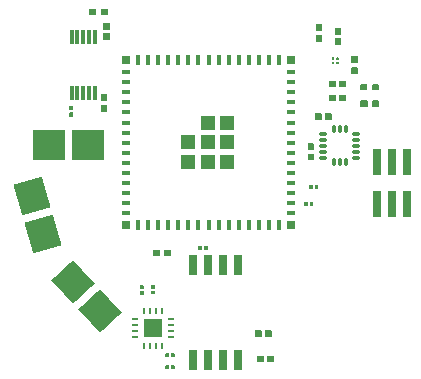
<source format=gtp>
G04 Layer: TopPasteMaskLayer*
G04 Panelize: , Column: 1, Row: 1, Board Size: 35.35mm x 33.79mm, Panelized Board Size: 35.35mm x 33.79mm*
G04 EasyEDA v6.5.34, 2023-08-25 09:09:34*
G04 d93e2c1bc76747fc85efea62cec83403,9a4ed40c0dd746429eaf55b84663d2fb,10*
G04 Gerber Generator version 0.2*
G04 Scale: 100 percent, Rotated: No, Reflected: No *
G04 Dimensions in millimeters *
G04 leading zeros omitted , absolute positions ,4 integer and 5 decimal *
%FSLAX45Y45*%
%MOMM*%

%AMMACRO1*21,1,$1,$2,0,0,$3*%
%AMMACRO2*4,1,4,-0.2,0.4,0.2,0.4,0.2,-0.4,-0.2,-0.4,-0.2,0.4,0*%
%AMMACRO3*4,1,4,-0.1999,0.4,0.1999,0.4,0.1999,-0.4,-0.1999,-0.4,-0.1999,0.4,0*%
%ADD10R,1.1999X1.1999*%
%ADD11MACRO1,2.7X2.5X-47.0002*%
%ADD12MACRO1,2.7X2.5X-46.9998*%
%ADD13R,0.7400X2.2000*%
%ADD14R,2.7000X2.5000*%
%ADD15MACRO1,2.7X2.5X-73.9989*%
%ADD16MACRO1,2.7X2.5X-74.0001*%
%ADD17R,0.8001X0.8001*%
%ADD18MACRO2*%
%ADD19MACRO3*%
%ADD20R,0.8001X0.4001*%
%ADD21O,0.7999984X0.2800096*%
%ADD22O,0.2800096X0.7999984*%
%ADD23R,0.7112X1.7406*%
%ADD24R,0.6000X0.2500*%
%ADD25R,0.2500X0.6000*%
%ADD26R,1.5000X1.5000*%
%ADD27R,0.3000X1.3000*%
%ADD28R,0.0126X1.3000*%

%LPD*%
G36*
X-1636623Y1254506D02*
G01*
X-1643583Y1249527D01*
X-1643583Y1204518D01*
X-1636623Y1199540D01*
X-1588617Y1199540D01*
X-1583588Y1204518D01*
X-1583588Y1249527D01*
X-1588617Y1254506D01*
G37*
G36*
X-1734616Y1254506D02*
G01*
X-1739595Y1249527D01*
X-1739595Y1204518D01*
X-1734616Y1199540D01*
X-1686610Y1199540D01*
X-1679600Y1204518D01*
X-1679600Y1249527D01*
X-1686610Y1254506D01*
G37*
G36*
X379628Y524154D02*
G01*
X375666Y520141D01*
X375666Y474116D01*
X379628Y470154D01*
X429717Y470154D01*
X433730Y474116D01*
X433730Y520141D01*
X429717Y524154D01*
G37*
G36*
X294589Y524154D02*
G01*
X290576Y520141D01*
X290576Y474116D01*
X294589Y470154D01*
X344627Y470154D01*
X348640Y474116D01*
X348640Y520141D01*
X344627Y524154D01*
G37*
G36*
X379374Y645566D02*
G01*
X375412Y641553D01*
X375412Y595579D01*
X379374Y591566D01*
X429463Y591566D01*
X433476Y595579D01*
X433476Y641553D01*
X429463Y645566D01*
G37*
G36*
X294335Y645566D02*
G01*
X290322Y641553D01*
X290322Y595579D01*
X294335Y591566D01*
X344373Y591566D01*
X348386Y595579D01*
X348386Y641553D01*
X344373Y645566D01*
G37*
G36*
X314604Y842365D02*
G01*
X312572Y840333D01*
X312572Y824331D01*
X314604Y822350D01*
X330606Y822350D01*
X332587Y824331D01*
X332587Y840333D01*
X330606Y842365D01*
G37*
G36*
X354584Y842365D02*
G01*
X352602Y840333D01*
X352602Y824331D01*
X354584Y822350D01*
X370586Y822350D01*
X372618Y824331D01*
X372618Y840333D01*
X370586Y842365D01*
G37*
G36*
X314604Y802335D02*
G01*
X312572Y800354D01*
X312572Y784352D01*
X314604Y782370D01*
X330606Y782370D01*
X332587Y784352D01*
X332587Y800354D01*
X330606Y802335D01*
G37*
G36*
X354584Y802335D02*
G01*
X352602Y800354D01*
X352602Y784352D01*
X354584Y782370D01*
X370586Y782370D01*
X372618Y784352D01*
X372618Y800354D01*
X370586Y802335D01*
G37*
G36*
X-232714Y-1686458D02*
G01*
X-236677Y-1690471D01*
X-236677Y-1736496D01*
X-232714Y-1740458D01*
X-182626Y-1740458D01*
X-178612Y-1736496D01*
X-178612Y-1690471D01*
X-182626Y-1686458D01*
G37*
G36*
X-317754Y-1686458D02*
G01*
X-321767Y-1690471D01*
X-321767Y-1736496D01*
X-317754Y-1740458D01*
X-267665Y-1740458D01*
X-263702Y-1736496D01*
X-263702Y-1690471D01*
X-267665Y-1686458D01*
G37*
G36*
X-248412Y-1470558D02*
G01*
X-252425Y-1474571D01*
X-252425Y-1520596D01*
X-248412Y-1524558D01*
X-198374Y-1524558D01*
X-194360Y-1520596D01*
X-194360Y-1474571D01*
X-198374Y-1470558D01*
G37*
G36*
X-333502Y-1470558D02*
G01*
X-337515Y-1474571D01*
X-337515Y-1520596D01*
X-333502Y-1524558D01*
X-283413Y-1524558D01*
X-279450Y-1520596D01*
X-279450Y-1474571D01*
X-283413Y-1470558D01*
G37*
G36*
X342493Y1006195D02*
G01*
X338480Y1002182D01*
X338480Y952144D01*
X342493Y948131D01*
X388518Y948131D01*
X392480Y952144D01*
X392480Y1002182D01*
X388518Y1006195D01*
G37*
G36*
X342493Y1091285D02*
G01*
X338480Y1087272D01*
X338480Y1037183D01*
X342493Y1033221D01*
X388518Y1033221D01*
X392480Y1037183D01*
X392480Y1087272D01*
X388518Y1091285D01*
G37*
G36*
X-1309116Y-1088491D02*
G01*
X-1311554Y-1090879D01*
X-1311554Y-1117295D01*
X-1309116Y-1119733D01*
X-1281531Y-1119733D01*
X-1279144Y-1117295D01*
X-1279144Y-1090879D01*
X-1281531Y-1088491D01*
G37*
G36*
X-1309116Y-1135888D02*
G01*
X-1311554Y-1138326D01*
X-1311554Y-1164742D01*
X-1309116Y-1167130D01*
X-1281531Y-1167130D01*
X-1279144Y-1164742D01*
X-1279144Y-1138326D01*
X-1281531Y-1135888D01*
G37*
G36*
X-1215136Y-1086205D02*
G01*
X-1217574Y-1088593D01*
X-1217574Y-1115009D01*
X-1215136Y-1117396D01*
X-1187551Y-1117396D01*
X-1185164Y-1115009D01*
X-1185164Y-1088593D01*
X-1187551Y-1086205D01*
G37*
G36*
X-1215136Y-1133602D02*
G01*
X-1217574Y-1136040D01*
X-1217574Y-1162456D01*
X-1215136Y-1164844D01*
X-1187551Y-1164844D01*
X-1185164Y-1162456D01*
X-1185164Y-1136040D01*
X-1187551Y-1133602D01*
G37*
G36*
X-814222Y-753364D02*
G01*
X-816610Y-755751D01*
X-816610Y-783336D01*
X-814222Y-785774D01*
X-787806Y-785774D01*
X-785368Y-783336D01*
X-785368Y-755751D01*
X-787806Y-753364D01*
G37*
G36*
X-766775Y-753364D02*
G01*
X-769213Y-755751D01*
X-769213Y-783336D01*
X-766775Y-785774D01*
X-740359Y-785774D01*
X-737971Y-783336D01*
X-737971Y-755751D01*
X-740359Y-753364D01*
G37*
G36*
X-1045565Y-1665071D02*
G01*
X-1047953Y-1667459D01*
X-1047953Y-1695094D01*
X-1045565Y-1697482D01*
X-1019149Y-1697482D01*
X-1016762Y-1695094D01*
X-1016762Y-1667459D01*
X-1019149Y-1665071D01*
G37*
G36*
X-1092962Y-1665071D02*
G01*
X-1095400Y-1667459D01*
X-1095400Y-1695094D01*
X-1092962Y-1697482D01*
X-1066546Y-1697482D01*
X-1064158Y-1695094D01*
X-1064158Y-1667459D01*
X-1066546Y-1665071D01*
G37*
G36*
X-1045311Y-1766163D02*
G01*
X-1047699Y-1768551D01*
X-1047699Y-1796186D01*
X-1045311Y-1798574D01*
X-1018895Y-1798574D01*
X-1016508Y-1796186D01*
X-1016508Y-1768551D01*
X-1018895Y-1766163D01*
G37*
G36*
X-1092708Y-1766163D02*
G01*
X-1095146Y-1768551D01*
X-1095146Y-1796186D01*
X-1092708Y-1798574D01*
X-1066292Y-1798574D01*
X-1063904Y-1796186D01*
X-1063904Y-1768551D01*
X-1066292Y-1766163D01*
G37*
G36*
X129641Y-380136D02*
G01*
X127203Y-382574D01*
X127203Y-410159D01*
X129641Y-412546D01*
X156057Y-412546D01*
X158445Y-410159D01*
X158445Y-382574D01*
X156057Y-380136D01*
G37*
G36*
X82194Y-380136D02*
G01*
X79806Y-382574D01*
X79806Y-410159D01*
X82194Y-412546D01*
X108610Y-412546D01*
X111048Y-410159D01*
X111048Y-382574D01*
X108610Y-380136D01*
G37*
G36*
X171805Y-237540D02*
G01*
X169367Y-239928D01*
X169367Y-267563D01*
X171805Y-269951D01*
X198221Y-269951D01*
X200609Y-267563D01*
X200609Y-239928D01*
X198221Y-237540D01*
G37*
G36*
X124358Y-237540D02*
G01*
X121970Y-239928D01*
X121970Y-267563D01*
X124358Y-269951D01*
X150774Y-269951D01*
X153212Y-267563D01*
X153212Y-239928D01*
X150774Y-237540D01*
G37*
G36*
X659942Y480720D02*
G01*
X652932Y475691D01*
X652932Y430682D01*
X659942Y425704D01*
X707948Y425704D01*
X712927Y430682D01*
X712927Y475691D01*
X707948Y480720D01*
G37*
G36*
X561949Y480720D02*
G01*
X556971Y475691D01*
X556971Y430682D01*
X561949Y425704D01*
X609955Y425704D01*
X616966Y430682D01*
X616966Y475691D01*
X609955Y480720D01*
G37*
G36*
X260248Y367944D02*
G01*
X256286Y363931D01*
X256286Y317957D01*
X260248Y313944D01*
X310337Y313944D01*
X314350Y317957D01*
X314350Y363931D01*
X310337Y367944D01*
G37*
G36*
X175209Y367944D02*
G01*
X171196Y363931D01*
X171196Y317957D01*
X175209Y313944D01*
X225247Y313944D01*
X229260Y317957D01*
X229260Y363931D01*
X225247Y367944D01*
G37*
G36*
X112877Y112725D02*
G01*
X108915Y108712D01*
X108915Y58674D01*
X112877Y54660D01*
X158902Y54660D01*
X162915Y58674D01*
X162915Y108712D01*
X158902Y112725D01*
G37*
G36*
X112877Y27635D02*
G01*
X108915Y23672D01*
X108915Y-26416D01*
X112877Y-30429D01*
X158902Y-30429D01*
X162915Y-26416D01*
X162915Y23672D01*
X158902Y27635D01*
G37*
G36*
X659231Y616407D02*
G01*
X652221Y611428D01*
X652221Y566420D01*
X659231Y561390D01*
X707237Y561390D01*
X712216Y566420D01*
X712216Y611428D01*
X707237Y616407D01*
G37*
G36*
X561238Y616407D02*
G01*
X556260Y611428D01*
X556260Y566420D01*
X561238Y561390D01*
X609244Y561390D01*
X616254Y566420D01*
X616254Y611428D01*
X609244Y616407D01*
G37*
G36*
X-1617522Y1132992D02*
G01*
X-1621536Y1128979D01*
X-1621536Y1078941D01*
X-1617522Y1074928D01*
X-1571548Y1074928D01*
X-1567535Y1078941D01*
X-1567535Y1128979D01*
X-1571548Y1132992D01*
G37*
G36*
X-1617522Y1047902D02*
G01*
X-1621536Y1043940D01*
X-1621536Y993851D01*
X-1617522Y989837D01*
X-1571548Y989837D01*
X-1567535Y993851D01*
X-1567535Y1043940D01*
X-1571548Y1047902D01*
G37*
G36*
X-1903984Y431393D02*
G01*
X-1906422Y428955D01*
X-1906422Y396036D01*
X-1903984Y393649D01*
X-1876399Y393649D01*
X-1874012Y396036D01*
X-1874012Y428955D01*
X-1876399Y431393D01*
G37*
G36*
X-1903984Y377444D02*
G01*
X-1906422Y375005D01*
X-1906422Y342087D01*
X-1903984Y339699D01*
X-1876399Y339699D01*
X-1874012Y342087D01*
X-1874012Y375005D01*
X-1876399Y377444D01*
G37*
G36*
X-1636674Y436930D02*
G01*
X-1641652Y429920D01*
X-1641652Y381914D01*
X-1636674Y376885D01*
X-1591665Y376885D01*
X-1586687Y381914D01*
X-1586687Y429920D01*
X-1591665Y436930D01*
G37*
G36*
X-1636674Y532892D02*
G01*
X-1641652Y527913D01*
X-1641652Y479907D01*
X-1636674Y472897D01*
X-1591665Y472897D01*
X-1586687Y479907D01*
X-1586687Y527913D01*
X-1591665Y532892D01*
G37*
G36*
X184759Y1029106D02*
G01*
X179781Y1022146D01*
X179781Y974140D01*
X184759Y969111D01*
X229768Y969111D01*
X234746Y974140D01*
X234746Y1022146D01*
X229768Y1029106D01*
G37*
G36*
X184759Y1125118D02*
G01*
X179781Y1120140D01*
X179781Y1072134D01*
X184759Y1065123D01*
X229768Y1065123D01*
X234746Y1072134D01*
X234746Y1120140D01*
X229768Y1125118D01*
G37*
G36*
X-1195730Y-787501D02*
G01*
X-1200759Y-792530D01*
X-1200759Y-837539D01*
X-1195730Y-842518D01*
X-1147724Y-842518D01*
X-1140714Y-837539D01*
X-1140714Y-792530D01*
X-1147724Y-787501D01*
G37*
G36*
X-1097737Y-787501D02*
G01*
X-1104747Y-792530D01*
X-1104747Y-837539D01*
X-1097737Y-842518D01*
X-1049731Y-842518D01*
X-1044752Y-837539D01*
X-1044752Y-792530D01*
X-1049731Y-787501D01*
G37*
G36*
X483666Y758291D02*
G01*
X478688Y751281D01*
X478688Y703275D01*
X483666Y698296D01*
X528675Y698296D01*
X533654Y703275D01*
X533654Y751281D01*
X528675Y758291D01*
G37*
G36*
X483666Y854303D02*
G01*
X478688Y849274D01*
X478688Y801268D01*
X483666Y794308D01*
X528675Y794308D01*
X533654Y801268D01*
X533654Y849274D01*
X528675Y854303D01*
G37*
D10*
G01*
X-734824Y124091D03*
G01*
X-734824Y289090D03*
G01*
X-569826Y289090D03*
G01*
X-569826Y124091D03*
G01*
X-569826Y-40906D03*
G01*
X-734824Y-40906D03*
G01*
X-899822Y-40906D03*
G01*
X-899822Y124091D03*
D11*
G01*
X-1876391Y-1063260D03*
D12*
G01*
X-1649492Y-1306581D03*
D13*
G01*
X950465Y-41592D03*
G01*
X950465Y-401612D03*
G01*
X823465Y-41592D03*
G01*
X823465Y-401612D03*
G01*
X696465Y-41592D03*
G01*
X696465Y-401612D03*
D14*
G01*
X-1746303Y99783D03*
G01*
X-2078992Y99783D03*
D15*
G01*
X-2225847Y-334788D03*
D16*
G01*
X-2134143Y-654597D03*
D17*
G01*
X-1429311Y820229D03*
D18*
G01*
X-1324315Y820224D03*
G01*
X-1239301Y820224D03*
G01*
X-1154313Y820224D03*
G01*
X-1069299Y820224D03*
G01*
X-984310Y820224D03*
D19*
G01*
X-899309Y820224D03*
D18*
G01*
X-814308Y820224D03*
G01*
X-644306Y820224D03*
D19*
G01*
X-729307Y820224D03*
G01*
X-559305Y820224D03*
D18*
G01*
X-474304Y820224D03*
G01*
X-389315Y820224D03*
G01*
X-304302Y820224D03*
G01*
X-219313Y820224D03*
G01*
X-134299Y820224D03*
D17*
G01*
X-29314Y820229D03*
D20*
G01*
X-29314Y715225D03*
G01*
X-29314Y630237D03*
G01*
X-29314Y545223D03*
G01*
X-29314Y460235D03*
G01*
X-29314Y375221D03*
G01*
X-29314Y290233D03*
G01*
X-29314Y205219D03*
G01*
X-29314Y120230D03*
G01*
X-29314Y35242D03*
G01*
X-29314Y-49771D03*
G01*
X-29314Y-134759D03*
G01*
X-29314Y-219773D03*
G01*
X-29314Y-304761D03*
G01*
X-29314Y-389775D03*
G01*
X-29314Y-474764D03*
D17*
G01*
X-29314Y-579767D03*
D18*
G01*
X-134299Y-579772D03*
G01*
X-219313Y-579772D03*
G01*
X-304302Y-579772D03*
G01*
X-389315Y-579772D03*
G01*
X-474304Y-579772D03*
D19*
G01*
X-559305Y-579772D03*
D18*
G01*
X-644306Y-579772D03*
D19*
G01*
X-729307Y-579772D03*
D18*
G01*
X-814308Y-579772D03*
D19*
G01*
X-899309Y-579772D03*
D18*
G01*
X-984310Y-579772D03*
G01*
X-1069299Y-579772D03*
G01*
X-1154313Y-579772D03*
G01*
X-1239301Y-579772D03*
G01*
X-1324315Y-579772D03*
D17*
G01*
X-1429311Y-579767D03*
D20*
G01*
X-1429311Y-474764D03*
G01*
X-1429311Y-389775D03*
G01*
X-1429311Y-304761D03*
G01*
X-1429311Y-219773D03*
G01*
X-1429311Y-134759D03*
G01*
X-1429311Y-49771D03*
G01*
X-1429311Y35242D03*
G01*
X-1429311Y120230D03*
G01*
X-1429311Y205219D03*
G01*
X-1429311Y290233D03*
G01*
X-1429311Y375221D03*
G01*
X-1429311Y460235D03*
G01*
X-1429311Y545223D03*
G01*
X-1429311Y715225D03*
G01*
X-1429311Y630237D03*
D21*
G01*
X522348Y-7861D03*
G01*
X522348Y42151D03*
G01*
X522348Y92138D03*
G01*
X522348Y142151D03*
G01*
X522348Y192138D03*
D22*
G01*
X432330Y232143D03*
G01*
X382343Y232143D03*
G01*
X332331Y232143D03*
D21*
G01*
X242338Y192138D03*
G01*
X242338Y142151D03*
G01*
X242338Y92138D03*
G01*
X242338Y42151D03*
G01*
X242338Y-7861D03*
D22*
G01*
X332331Y-47840D03*
G01*
X382343Y-47840D03*
G01*
X432330Y-47840D03*
D23*
G01*
X-858827Y-1717738D03*
G01*
X-731827Y-1717738D03*
G01*
X-604827Y-1717738D03*
G01*
X-477827Y-1717738D03*
G01*
X-477827Y-918679D03*
G01*
X-604827Y-918679D03*
G01*
X-731827Y-918679D03*
G01*
X-858827Y-918679D03*
D24*
G01*
X-1049073Y-1526501D03*
G01*
X-1049073Y-1476514D03*
G01*
X-1049073Y-1426502D03*
G01*
X-1049073Y-1376514D03*
D25*
G01*
X-1124282Y-1301661D03*
G01*
X-1174269Y-1301661D03*
G01*
X-1224282Y-1301661D03*
G01*
X-1274269Y-1301661D03*
D24*
G01*
X-1349072Y-1376667D03*
G01*
X-1349072Y-1426654D03*
G01*
X-1349072Y-1476667D03*
G01*
X-1349072Y-1526501D03*
D25*
G01*
X-1274269Y-1601660D03*
G01*
X-1224282Y-1601660D03*
G01*
X-1174269Y-1601660D03*
G01*
X-1124282Y-1601660D03*
D26*
G01*
X-1199060Y-1451648D03*
D27*
G01*
X-1889356Y540169D03*
G01*
X-1839368Y540169D03*
G01*
X-1789381Y540169D03*
G01*
X-1739369Y540169D03*
G01*
X-1689356Y540169D03*
G01*
X-1689381Y1010170D03*
G01*
X-1739369Y1010170D03*
G01*
X-1789356Y1010170D03*
G01*
X-1839368Y1010170D03*
G01*
X-1889381Y1010170D03*
M02*

</source>
